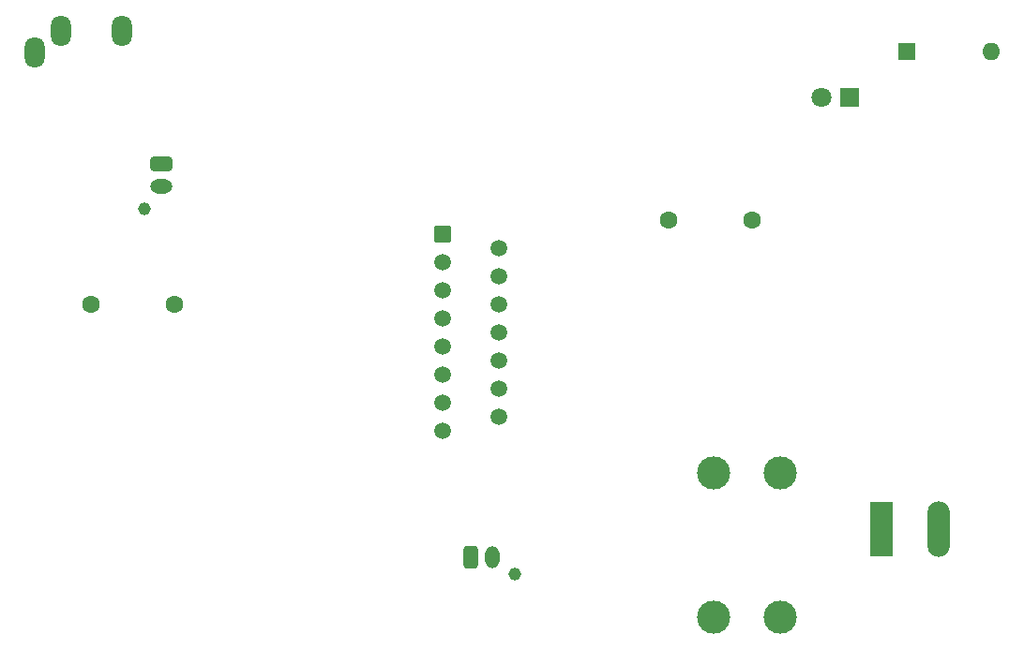
<source format=gbr>
%TF.GenerationSoftware,KiCad,Pcbnew,7.0.10*%
%TF.CreationDate,2024-05-14T18:08:25+03:00*%
%TF.ProjectId,Altamplifier,416c7461-6d70-46c6-9966-6965722e6b69,rev?*%
%TF.SameCoordinates,Original*%
%TF.FileFunction,Soldermask,Bot*%
%TF.FilePolarity,Negative*%
%FSLAX46Y46*%
G04 Gerber Fmt 4.6, Leading zero omitted, Abs format (unit mm)*
G04 Created by KiCad (PCBNEW 7.0.10) date 2024-05-14 18:08:25*
%MOMM*%
%LPD*%
G01*
G04 APERTURE LIST*
G04 Aperture macros list*
%AMRoundRect*
0 Rectangle with rounded corners*
0 $1 Rounding radius*
0 $2 $3 $4 $5 $6 $7 $8 $9 X,Y pos of 4 corners*
0 Add a 4 corners polygon primitive as box body*
4,1,4,$2,$3,$4,$5,$6,$7,$8,$9,$2,$3,0*
0 Add four circle primitives for the rounded corners*
1,1,$1+$1,$2,$3*
1,1,$1+$1,$4,$5*
1,1,$1+$1,$6,$7*
1,1,$1+$1,$8,$9*
0 Add four rect primitives between the rounded corners*
20,1,$1+$1,$2,$3,$4,$5,0*
20,1,$1+$1,$4,$5,$6,$7,0*
20,1,$1+$1,$6,$7,$8,$9,0*
20,1,$1+$1,$8,$9,$2,$3,0*%
G04 Aperture macros list end*
%ADD10C,1.600000*%
%ADD11R,1.800000X1.800000*%
%ADD12C,1.800000*%
%ADD13C,1.150000*%
%ADD14RoundRect,0.250000X0.400000X-0.750000X0.400000X0.750000X-0.400000X0.750000X-0.400000X-0.750000X0*%
%ADD15O,1.300000X2.000000*%
%ADD16R,1.600000X1.600000*%
%ADD17O,1.600000X1.600000*%
%ADD18O,1.800000X2.800000*%
%ADD19RoundRect,0.250000X-0.750000X-0.400000X0.750000X-0.400000X0.750000X0.400000X-0.750000X0.400000X0*%
%ADD20O,2.000000X1.300000*%
%ADD21R,2.020000X5.020000*%
%ADD22O,2.020000X5.020000*%
%ADD23RoundRect,0.102000X-0.654000X0.654000X-0.654000X-0.654000X0.654000X-0.654000X0.654000X0.654000X0*%
%ADD24C,1.512000*%
%ADD25C,3.000000*%
G04 APERTURE END LIST*
D10*
%TO.C,C5*%
X142240000Y-50800000D03*
X134740000Y-50800000D03*
%TD*%
D11*
%TO.C,D3*%
X151110000Y-39660000D03*
D12*
X148570000Y-39660000D03*
%TD*%
D13*
%TO.C,J2*%
X120890000Y-82780000D03*
D14*
X116840000Y-81280000D03*
D15*
X118840000Y-81280000D03*
%TD*%
D16*
%TO.C,D2*%
X156210000Y-35560000D03*
D17*
X163830000Y-35560000D03*
%TD*%
D18*
%TO.C,J3*%
X85380000Y-33660000D03*
X77480000Y-35660000D03*
X79880000Y-33660000D03*
%TD*%
D13*
%TO.C,J1*%
X87400000Y-49770000D03*
D19*
X88900000Y-45720000D03*
D20*
X88900000Y-47720000D03*
%TD*%
D10*
%TO.C,C1*%
X90110000Y-58420000D03*
X82610000Y-58420000D03*
%TD*%
D21*
%TO.C,J4*%
X153930000Y-78740000D03*
D22*
X159110000Y-78740000D03*
%TD*%
D23*
%TO.C,AMP1*%
X114300000Y-52070000D03*
D24*
X119380000Y-53340000D03*
X114300000Y-54610000D03*
X119380000Y-55880000D03*
X114300000Y-57150000D03*
X119380000Y-58420000D03*
X114300000Y-59690000D03*
X119380000Y-60960000D03*
X114300000Y-62230000D03*
X119380000Y-63500000D03*
X114300000Y-64770000D03*
X119380000Y-66040000D03*
X114300000Y-67310000D03*
X119380000Y-68580000D03*
X114300000Y-69850000D03*
%TD*%
D25*
%TO.C,T1*%
X144780000Y-86660000D03*
X144780000Y-73660000D03*
X138780000Y-86660000D03*
X138780000Y-73660000D03*
%TD*%
M02*

</source>
